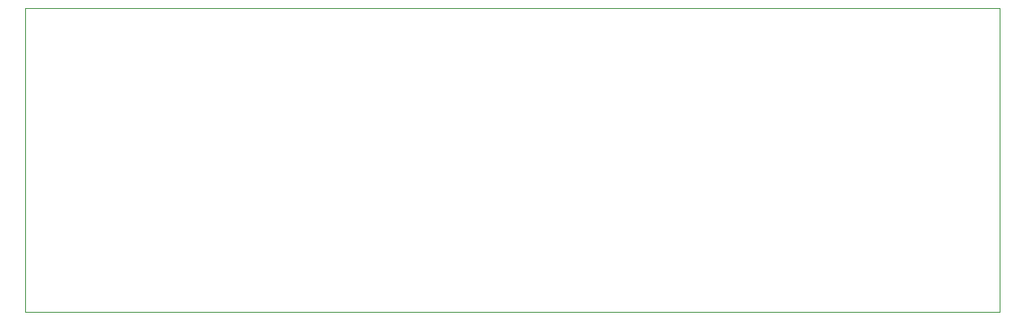
<source format=gbr>
%TF.GenerationSoftware,KiCad,Pcbnew,(7.0.0)*%
%TF.CreationDate,2023-03-11T15:32:13-08:00*%
%TF.ProjectId,pico_12vrgb_controller,7069636f-5f31-4327-9672-67625f636f6e,v1*%
%TF.SameCoordinates,Original*%
%TF.FileFunction,Profile,NP*%
%FSLAX46Y46*%
G04 Gerber Fmt 4.6, Leading zero omitted, Abs format (unit mm)*
G04 Created by KiCad (PCBNEW (7.0.0)) date 2023-03-11 15:32:13*
%MOMM*%
%LPD*%
G01*
G04 APERTURE LIST*
%TA.AperFunction,Profile*%
%ADD10C,0.100000*%
%TD*%
G04 APERTURE END LIST*
D10*
X70485000Y-60325000D02*
X172085000Y-60325000D01*
X172085000Y-60325000D02*
X172085000Y-92075000D01*
X172085000Y-92075000D02*
X70485000Y-92075000D01*
X70485000Y-92075000D02*
X70485000Y-60325000D01*
M02*

</source>
